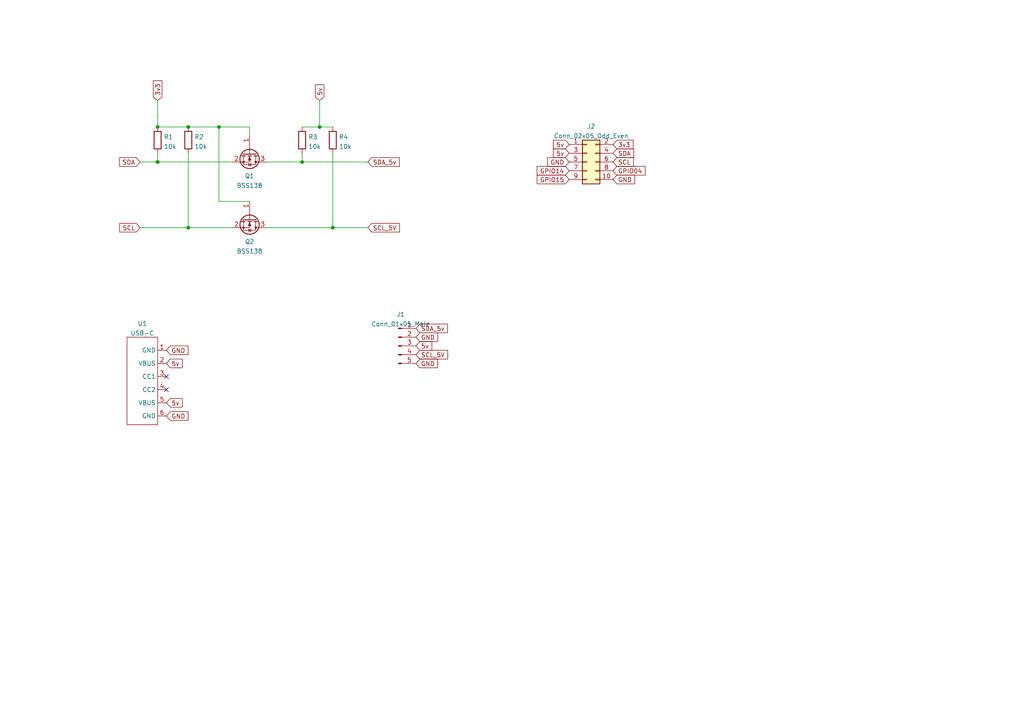
<source format=kicad_sch>
(kicad_sch (version 20211123) (generator eeschema)
  (paper "A4")
  (lib_symbols
    (symbol "3dAudioSym:USB-C"
      (property "Reference" "U" (at 2.54 5.08 0))
      (property "Value" "USB-C" (at -5.08 6.35 0))
      (symbol "USB-C_0_1"
        (rectangle (start -8.89 5.08) (end 0 -20.32) (stroke (width 0.1524)))
      )
      (symbol "USB-C_1_1"
        (pin power_out line (at 2.54 1.27 180) (length 2.54) (name "GND") (number "1"))
        (pin power_out line (at 2.54 -2.54 180) (length 2.54) (name "VBUS") (number "2"))
        (pin input line (at 2.54 -6.35 180) (length 2.54) (name "CC1") (number "3"))
        (pin input line (at 2.54 -10.16 180) (length 2.54) (name "CC2") (number "4"))
        (pin power_out line (at 2.54 -13.97 180) (length 2.54) (name "VBUS") (number "5"))
        (pin power_out line (at 2.54 -17.78 180) (length 2.54) (name "GND") (number "6"))
      )
    )
    (symbol "Connector:Conn_01x05_Male" (pin_names (offset 1.016) hide)
      (property "Reference" "J" (at 0 7.62 0))
      (property "Value" "Conn_01x05_Male" (at 0 -7.62 0))
      (symbol "Conn_01x05_Male_1_1"
        (polyline (pts (xy 1.27 -5.08) (xy 0.8636 -5.08)) (stroke (width 0.1524)))
        (polyline (pts (xy 1.27 -2.54) (xy 0.8636 -2.54)) (stroke (width 0.1524)))
        (polyline (pts (xy 1.27 0) (xy 0.8636 0)) (stroke (width 0.1524)))
        (polyline (pts (xy 1.27 2.54) (xy 0.8636 2.54)) (stroke (width 0.1524)))
        (polyline (pts (xy 1.27 5.08) (xy 0.8636 5.08)) (stroke (width 0.1524)))
        (rectangle (start 0.8636 -4.953) (end 0 -5.207) (stroke (width 0.1524)) (fill (type outline)))
        (rectangle (start 0.8636 -2.413) (end 0 -2.667) (stroke (width 0.1524)) (fill (type outline)))
        (rectangle (start 0.8636 0.127) (end 0 -0.127) (stroke (width 0.1524)) (fill (type outline)))
        (rectangle (start 0.8636 2.667) (end 0 2.413) (stroke (width 0.1524)) (fill (type outline)))
        (rectangle (start 0.8636 5.207) (end 0 4.953) (stroke (width 0.1524)) (fill (type outline)))
        (pin passive line (at 5.08 5.08 180) (length 3.81) (name "Pin_1") (number "1"))
        (pin passive line (at 5.08 2.54 180) (length 3.81) (name "Pin_2") (number "2"))
        (pin passive line (at 5.08 0 180) (length 3.81) (name "Pin_3") (number "3"))
        (pin passive line (at 5.08 -2.54 180) (length 3.81) (name "Pin_4") (number "4"))
        (pin passive line (at 5.08 -5.08 180) (length 3.81) (name "Pin_5") (number "5"))
      )
    )
    (symbol "Connector_Generic:Conn_02x05_Odd_Even" (pin_names (offset 1.016) hide)
      (property "Reference" "J" (at 1.27 7.62 0))
      (property "Value" "Conn_02x05_Odd_Even" (at 1.27 -7.62 0))
      (symbol "Conn_02x05_Odd_Even_1_1"
        (rectangle (start -1.27 -4.953) (end 0 -5.207) (stroke (width 0.1524)))
        (rectangle (start -1.27 -2.413) (end 0 -2.667) (stroke (width 0.1524)))
        (rectangle (start -1.27 0.127) (end 0 -0.127) (stroke (width 0.1524)))
        (rectangle (start -1.27 2.667) (end 0 2.413) (stroke (width 0.1524)))
        (rectangle (start -1.27 5.207) (end 0 4.953) (stroke (width 0.1524)))
        (rectangle (start -1.27 6.35) (end 3.81 -6.35) (stroke (width 0.254)) (fill (type background)))
        (rectangle (start 3.81 -4.953) (end 2.54 -5.207) (stroke (width 0.1524)))
        (rectangle (start 3.81 -2.413) (end 2.54 -2.667) (stroke (width 0.1524)))
        (rectangle (start 3.81 0.127) (end 2.54 -0.127) (stroke (width 0.1524)))
        (rectangle (start 3.81 2.667) (end 2.54 2.413) (stroke (width 0.1524)))
        (rectangle (start 3.81 5.207) (end 2.54 4.953) (stroke (width 0.1524)))
        (pin passive line (at -5.08 5.08 0) (length 3.81) (name "Pin_1") (number "1"))
        (pin passive line (at 7.62 -5.08 180) (length 3.81) (name "Pin_10") (number "10"))
        (pin passive line (at 7.62 5.08 180) (length 3.81) (name "Pin_2") (number "2"))
        (pin passive line (at -5.08 2.54 0) (length 3.81) (name "Pin_3") (number "3"))
        (pin passive line (at 7.62 2.54 180) (length 3.81) (name "Pin_4") (number "4"))
        (pin passive line (at -5.08 0 0) (length 3.81) (name "Pin_5") (number "5"))
        (pin passive line (at 7.62 0 180) (length 3.81) (name "Pin_6") (number "6"))
        (pin passive line (at -5.08 -2.54 0) (length 3.81) (name "Pin_7") (number "7"))
        (pin passive line (at 7.62 -2.54 180) (length 3.81) (name "Pin_8") (number "8"))
        (pin passive line (at -5.08 -5.08 0) (length 3.81) (name "Pin_9") (number "9"))
      )
    )
    (symbol "Device:R" (pin_numbers hide) (pin_names (offset 0))
      (property "Reference" "R" (at 2.032 0 90))
      (property "Value" "R" (at 0 0 90))
      (symbol "R_0_1"
        (rectangle (start -1.016 -2.54) (end 1.016 2.54) (stroke (width 0.254)))
      )
      (symbol "R_1_1"
        (pin passive line (at 0 3.81 270) (length 1.27) (name "~") (number "1"))
        (pin passive line (at 0 -3.81 90) (length 1.27) (name "~") (number "2"))
      )
    )
    (symbol "Transistor_FET:BSS138" (pin_names hide)
      (property "Reference" "Q" (at 5.08 1.905 0))
      (property "Value" "BSS138" (at 5.08 0 0))
      (symbol "BSS138_0_1"
        (polyline (pts (xy 0.254 0) (xy -2.54 0)))
        (polyline (pts (xy 0.254 1.905) (xy 0.254 -1.905)) (stroke (width 0.254)))
        (polyline (pts (xy 0.762 -1.27) (xy 0.762 -2.286)) (stroke (width 0.254)))
        (polyline (pts (xy 0.762 0.508) (xy 0.762 -0.508)) (stroke (width 0.254)))
        (polyline (pts (xy 0.762 2.286) (xy 0.762 1.27)) (stroke (width 0.254)))
        (polyline (pts (xy 2.54 2.54) (xy 2.54 1.778)))
        (polyline (pts (xy 2.54 -2.54) (xy 2.54 0) (xy 0.762 0)))
        (polyline (pts (xy 0.762 -1.778) (xy 3.302 -1.778) (xy 3.302 1.778) (xy 0.762 1.778)))
        (polyline (pts (xy 1.016 0) (xy 2.032 0.381) (xy 2.032 -0.381) (xy 1.016 0)) (fill (type outline)))
        (polyline (pts (xy 2.794 0.508) (xy 2.921 0.381) (xy 3.683 0.381) (xy 3.81 0.254)))
        (polyline (pts (xy 3.302 0.381) (xy 2.921 -0.254) (xy 3.683 -0.254) (xy 3.302 0.381)))
        (circle (center 1.651 0) (radius 2.794) (stroke (width 0.254)))
        (circle (center 2.54 -1.778) (radius 0.254) (fill (type outline)))
        (circle (center 2.54 1.778) (radius 0.254) (fill (type outline)))
      )
      (symbol "BSS138_1_1"
        (pin input line (at -5.08 0 0) (length 2.54) (name "G") (number "1"))
        (pin passive line (at 2.54 -5.08 90) (length 2.54) (name "S") (number "2"))
        (pin passive line (at 2.54 5.08 270) (length 2.54) (name "D") (number "3"))
      )
    )
  )
  (junction (at 45.72 46.99))
  (junction (at 63.5 36.83))
  (junction (at 54.61 36.83))
  (junction (at 92.71 36.83))
  (junction (at 45.72 36.83))
  (junction (at 96.52 66.04))
  (junction (at 54.61 66.04))
  (junction (at 87.63 46.99))
  (no_connect (at 48.26 113.03))
  (no_connect (at 48.26 109.22))
  (wire (pts (xy 63.5 58.42) (xy 72.39 58.42)))
  (wire (pts (xy 87.63 36.83) (xy 92.71 36.83)))
  (wire (pts (xy 87.63 46.99) (xy 106.68 46.99)))
  (wire (pts (xy 54.61 66.04) (xy 67.31 66.04)))
  (wire (pts (xy 96.52 44.45) (xy 96.52 66.04)))
  (wire (pts (xy 40.64 46.99) (xy 45.72 46.99)))
  (wire (pts (xy 63.5 36.83) (xy 63.5 58.42)))
  (wire (pts (xy 96.52 66.04) (xy 106.68 66.04)))
  (wire (pts (xy 45.72 46.99) (xy 67.31 46.99)))
  (wire (pts (xy 40.64 66.04) (xy 54.61 66.04)))
  (wire (pts (xy 77.47 46.99) (xy 87.63 46.99)))
  (wire (pts (xy 54.61 44.45) (xy 54.61 66.04)))
  (wire (pts (xy 45.72 44.45) (xy 45.72 46.99)))
  (wire (pts (xy 77.47 66.04) (xy 96.52 66.04)))
  (wire (pts (xy 45.72 36.83) (xy 54.61 36.83)))
  (wire (pts (xy 45.72 29.21) (xy 45.72 36.83)))
  (wire (pts (xy 87.63 44.45) (xy 87.63 46.99)))
  (wire (pts (xy 92.71 29.21) (xy 92.71 36.83)))
  (wire (pts (xy 54.61 36.83) (xy 63.5 36.83)))
  (wire (pts (xy 92.71 36.83) (xy 96.52 36.83)))
  (wire (pts (xy 72.39 36.83) (xy 72.39 39.37)))
  (wire (pts (xy 63.5 36.83) (xy 72.39 36.83)))
  (global_label "5v" (shape input) (at 92.71 29.21 90) (property "Intersheet References" "${INTERSHEET_REFS}" (effects hide)))
  (global_label "5v" (shape input) (at 48.26 105.41 0) (property "Intersheet References" "${INTERSHEET_REFS}" (effects hide)))
  (global_label "GND" (shape input) (at 120.65 97.79 0) (property "Intersheet References" "${INTERSHEET_REFS}" (effects hide)))
  (global_label "5v" (shape input) (at 120.65 100.33 0) (property "Intersheet References" "${INTERSHEET_REFS}" (effects hide)))
  (global_label "GND" (shape input) (at 177.8 52.07 0) (property "Intersheet References" "${INTERSHEET_REFS}" (effects hide)))
  (global_label "GPIO14" (shape input) (at 165.1 49.53 180) (property "Intersheet References" "${INTERSHEET_REFS}" (effects hide)))
  (global_label "SCL" (shape input) (at 40.64 66.04 180) (property "Intersheet References" "${INTERSHEET_REFS}" (effects hide)))
  (global_label "SDA" (shape input) (at 177.8 44.45 0) (property "Intersheet References" "${INTERSHEET_REFS}" (effects hide)))
  (global_label "SDA" (shape input) (at 40.64 46.99 180) (property "Intersheet References" "${INTERSHEET_REFS}" (effects hide)))
  (global_label "5v" (shape input) (at 165.1 41.91 180) (property "Intersheet References" "${INTERSHEET_REFS}" (effects hide)))
  (global_label "GPIO15" (shape input) (at 165.1 52.07 180) (property "Intersheet References" "${INTERSHEET_REFS}" (effects hide)))
  (global_label "3v3" (shape input) (at 177.8 41.91 0) (property "Intersheet References" "${INTERSHEET_REFS}" (effects hide)))
  (global_label "5v" (shape input) (at 48.26 116.84 0) (property "Intersheet References" "${INTERSHEET_REFS}" (effects hide)))
  (global_label "GPIO04" (shape input) (at 177.8 49.53 0) (property "Intersheet References" "${INTERSHEET_REFS}" (effects hide)))
  (global_label "GND" (shape input) (at 120.65 105.41 0) (property "Intersheet References" "${INTERSHEET_REFS}" (effects hide)))
  (global_label "GND" (shape input) (at 48.26 101.6 0) (property "Intersheet References" "${INTERSHEET_REFS}" (effects hide)))
  (global_label "SDA_5v" (shape input) (at 106.68 46.99 0) (property "Intersheet References" "${INTERSHEET_REFS}" (effects hide)))
  (global_label "3v3" (shape input) (at 45.72 29.21 90) (property "Intersheet References" "${INTERSHEET_REFS}" (effects hide)))
  (global_label "SCL" (shape input) (at 177.8 46.99 0) (property "Intersheet References" "${INTERSHEET_REFS}" (effects hide)))
  (global_label "GND" (shape input) (at 48.26 120.65 0) (property "Intersheet References" "${INTERSHEET_REFS}" (effects hide)))
  (global_label "SDA_5v" (shape input) (at 120.65 95.25 0) (property "Intersheet References" "${INTERSHEET_REFS}" (effects hide)))
  (global_label "SCL_5V" (shape input) (at 120.65 102.87 0) (property "Intersheet References" "${INTERSHEET_REFS}" (effects hide)))
  (global_label "5v" (shape input) (at 165.1 44.45 180) (property "Intersheet References" "${INTERSHEET_REFS}" (effects hide)))
  (global_label "GND" (shape input) (at 165.1 46.99 180) (property "Intersheet References" "${INTERSHEET_REFS}" (effects hide)))
  (global_label "SCL_5V" (shape input) (at 106.68 66.04 0) (property "Intersheet References" "${INTERSHEET_REFS}" (effects hide)))
  (symbol (lib_id "Transistor_FET:BSS138") (at 72.39 44.45 270) (unit 1)
    (property "Reference" "Q1" (at 72.39 51.0445 90))
    (property "Value" "BSS138" (at 72.39 53.8196 90))
    (property "Footprint" "Package_TO_SOT_SMD:SOT-23" (effects hide))
    (property "Datasheet" "https://www.onsemi.com/pub/Collateral/BSS138-D.PDF" (effects hide))
  )
  (symbol (lib_id "Transistor_FET:BSS138") (at 72.39 63.5 270) (unit 1)
    (property "Reference" "Q2" (at 72.39 70.0945 90))
    (property "Value" "BSS138" (at 72.39 72.8696 90))
    (property "Footprint" "Package_TO_SOT_SMD:SOT-23" (effects hide))
    (property "Datasheet" "https://www.onsemi.com/pub/Collateral/BSS138-D.PDF" (effects hide))
  )
  (symbol (lib_id "Device:R") (at 87.63 40.64 0) (unit 1)
    (property "Reference" "R3" (at 89.408 39.7315 0) (effects (justify left)))
    (property "Value" "10k" (at 89.408 42.5066 0) (effects (justify left)))
    (property "Footprint" "Resistor_SMD:R_1206_3216Metric_Pad1.30x1.75mm_HandSolder" (effects hide))
  )
  (symbol (lib_id "3dAudioSym:USB-C") (at 45.72 102.87 0) (unit 1)
    (property "Reference" "U1" (at 41.275 93.8743 0))
    (property "Value" "USB-C" (at 41.275 96.6494 0))
    (property "Footprint" "3dAudioFoot:USB-C" (effects hide))
  )
  (symbol (lib_id "Connector:Conn_01x05_Male") (at 115.57 100.33 0) (unit 1)
    (property "Reference" "J1" (at 116.205 91.2073 0))
    (property "Value" "Conn_01x05_Male" (at 116.205 93.9824 0))
    (property "Footprint" "Connector_PinHeader_2.54mm:PinHeader_1x05_P2.54mm_Vertical" (effects hide))
  )
  (symbol (lib_id "Device:R") (at 96.52 40.64 0) (unit 1)
    (property "Reference" "R4" (at 98.298 39.7315 0) (effects (justify left)))
    (property "Value" "10k" (at 98.298 42.5066 0) (effects (justify left)))
    (property "Footprint" "Resistor_SMD:R_1206_3216Metric_Pad1.30x1.75mm_HandSolder" (effects hide))
  )
  (symbol (lib_id "Connector_Generic:Conn_02x05_Odd_Even") (at 170.18 46.99 0) (unit 1)
    (property "Reference" "J2" (at 171.45 36.6735 0))
    (property "Value" "Conn_02x05_Odd_Even" (at 171.45 39.4486 0))
    (property "Footprint" "Connector_PinHeader_2.54mm:PinHeader_2x05_P2.54mm_Vertical" (effects hide))
  )
  (symbol (lib_id "Device:R") (at 45.72 40.64 0) (unit 1)
    (property "Reference" "R1" (at 47.498 39.7315 0) (effects (justify left)))
    (property "Value" "10k" (at 47.498 42.5066 0) (effects (justify left)))
    (property "Footprint" "Resistor_SMD:R_1206_3216Metric_Pad1.30x1.75mm_HandSolder" (effects hide))
  )
  (symbol (lib_id "Device:R") (at 54.61 40.64 0) (unit 1)
    (property "Reference" "R2" (at 56.388 39.7315 0) (effects (justify left)))
    (property "Value" "10k" (at 56.388 42.5066 0) (effects (justify left)))
    (property "Footprint" "Resistor_SMD:R_1206_3216Metric_Pad1.30x1.75mm_HandSolder" (effects hide))
  )
)
</source>
